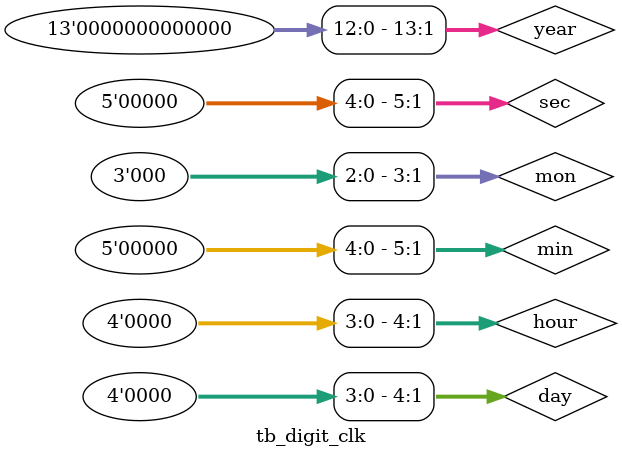
<source format=v>
`timescale 1ps/1ps
module tb_digit_clk ();
    reg [5:0] sec, min;
    reg [4:0] hour, day;
    reg [3:0] mon;
    reg [13:0] year;
    wire [7:0] digit_sec, digit_min, digit_hour, digit_day, digit_mon;
    wire [15:0] digit_year;

    digit_clk duv (
        .sec(sec), .min(min), .hour(hour),
        .day(day), .mon(mon), .year(year),
        .digit_sec(digit_sec), .digit_min(digit_min), .digit_hour(digit_hour),
        .digit_day(digit_day), .digit_mon(digit_mon), .digit_year(digit_year)
    );

    //generate input
    initial begin
        repeat(700) begin
            sec = $random;
            min = $random;
            hour = $random;
            day = $random;
            mon = $random;
            year = $random;
            #1;
        end
    end

endmodule
</source>
